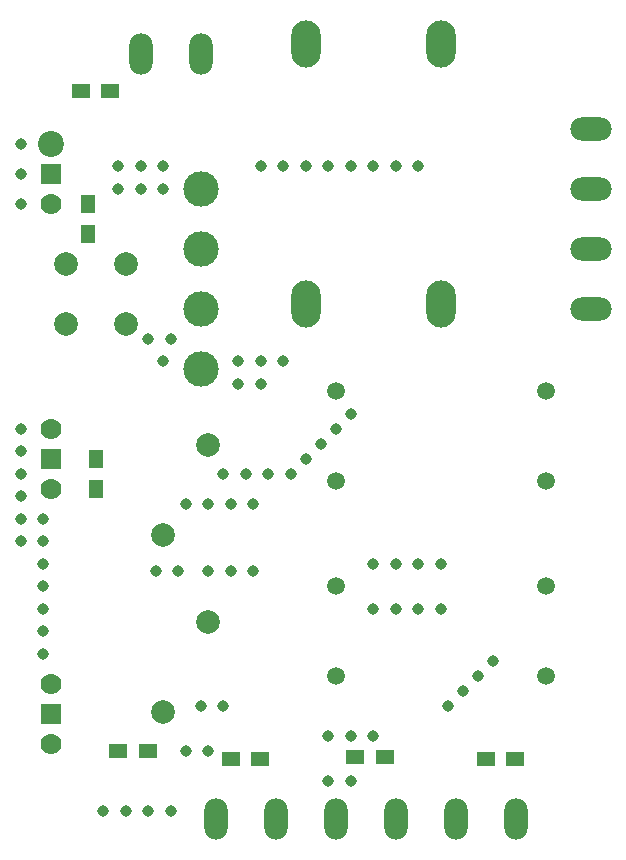
<source format=gbr>
G04 #@! TF.FileFunction,Soldermask,Bot*
%FSLAX46Y46*%
G04 Gerber Fmt 4.6, Leading zero omitted, Abs format (unit mm)*
G04 Created by KiCad (PCBNEW (after 2015-mar-04 BZR unknown)-product) date Wed 02 Nov 2016 01:14:16 AM CET*
%MOMM*%
G01*
G04 APERTURE LIST*
%ADD10C,0.100000*%
%ADD11C,0.970000*%
%ADD12C,1.778000*%
%ADD13R,1.778000X1.778000*%
%ADD14C,2.200000*%
%ADD15O,2.499360X4.000500*%
%ADD16O,3.500120X1.998980*%
%ADD17O,1.998980X3.500120*%
%ADD18C,1.998980*%
%ADD19C,1.501140*%
%ADD20C,3.000000*%
%ADD21C,2.000000*%
%ADD22R,1.500000X1.250000*%
%ADD23R,1.250000X1.500000*%
G04 APERTURE END LIST*
D10*
D11*
X23495000Y-26670000D03*
X23495000Y-24765000D03*
X28575000Y-50800000D03*
X30480000Y-50800000D03*
X32385000Y-50800000D03*
X34290000Y-50800000D03*
X35560000Y-49530000D03*
X36830000Y-48260000D03*
X38100000Y-46990000D03*
X39370000Y-45720000D03*
X25400000Y-53340000D03*
X27305000Y-53340000D03*
X29210000Y-53340000D03*
X31115000Y-53340000D03*
X41275000Y-62230000D03*
X43180000Y-62230000D03*
X45085000Y-62230000D03*
X46990000Y-62230000D03*
X46990000Y-58420000D03*
X45085000Y-58420000D03*
X43180000Y-58420000D03*
X41275000Y-58420000D03*
X51435000Y-66675000D03*
X50165000Y-67945000D03*
X48895000Y-69215000D03*
X47625000Y-70485000D03*
X39370000Y-76835000D03*
X37465000Y-76835000D03*
X41275000Y-73025000D03*
X39370000Y-73025000D03*
X37465000Y-73025000D03*
X24130000Y-79375000D03*
X22225000Y-79375000D03*
X20320000Y-79375000D03*
X18415000Y-79375000D03*
X27305000Y-74295000D03*
X25400000Y-74295000D03*
X28575000Y-70485000D03*
X26670000Y-70485000D03*
X13335000Y-62230000D03*
X13335000Y-64135000D03*
X13335000Y-66040000D03*
X13335000Y-66040000D03*
X13335000Y-64135000D03*
X13335000Y-62230000D03*
X13335000Y-62230000D03*
X13335000Y-64135000D03*
X13335000Y-66040000D03*
X13335000Y-66040000D03*
X13335000Y-64135000D03*
X13335000Y-62230000D03*
X13335000Y-60325000D03*
X13335000Y-58420000D03*
X11430000Y-56515000D03*
X13335000Y-56515000D03*
X13335000Y-54610000D03*
X11430000Y-54610000D03*
X11430000Y-52705000D03*
X11430000Y-50800000D03*
X11430000Y-48895000D03*
X11430000Y-46990000D03*
X24765000Y-59055000D03*
X31115000Y-59055000D03*
X22860000Y-59055000D03*
X29210000Y-59055000D03*
X27305000Y-59055000D03*
X23495000Y-41275000D03*
X22225000Y-39370000D03*
X24130000Y-39370000D03*
X45085000Y-24765000D03*
X43180000Y-24765000D03*
X41275000Y-24765000D03*
X39370000Y-24765000D03*
X37465000Y-24765000D03*
X35560000Y-24765000D03*
X33655000Y-24765000D03*
X31750000Y-24765000D03*
X11430000Y-27940000D03*
X11430000Y-22860000D03*
X11430000Y-25400000D03*
X19685000Y-26670000D03*
X21590000Y-26670000D03*
X21590000Y-24765000D03*
X19685000Y-24765000D03*
X29845000Y-43180000D03*
X29845000Y-41275000D03*
X33655000Y-41275000D03*
X31750000Y-41275000D03*
X31750000Y-43180000D03*
D12*
X13970000Y-73660000D03*
D13*
X13970000Y-71120000D03*
D12*
X13970000Y-68580000D03*
X13970000Y-52070000D03*
D13*
X13970000Y-49530000D03*
D12*
X13970000Y-46990000D03*
X13970000Y-27940000D03*
D13*
X13970000Y-25400000D03*
D14*
X13970000Y-22860000D03*
D15*
X46990000Y-36400740D03*
X46990000Y-14399260D03*
X35560000Y-36400740D03*
X35560000Y-14399260D03*
D16*
X59690000Y-26670000D03*
X59690000Y-21590000D03*
X59690000Y-36830000D03*
X59690000Y-31750000D03*
D17*
X27940000Y-80010000D03*
X33020000Y-80010000D03*
X38100000Y-80010000D03*
X43180000Y-80010000D03*
X48260000Y-80010000D03*
X53340000Y-80010000D03*
X26670000Y-15240000D03*
X21590000Y-15240000D03*
D18*
X27305000Y-48380000D03*
X27305000Y-63380000D03*
X23495000Y-56000000D03*
X23495000Y-71000000D03*
D19*
X55880000Y-51435000D03*
X55880000Y-43815000D03*
X55880000Y-67945000D03*
X55880000Y-60325000D03*
X38100000Y-51435000D03*
X38100000Y-43815000D03*
X38100000Y-67945000D03*
X38100000Y-60325000D03*
D20*
X26670000Y-26670000D03*
X26670000Y-36830000D03*
X26670000Y-31750000D03*
X26670000Y-41910000D03*
D21*
X20320000Y-38100000D03*
X20320000Y-33020000D03*
X15240000Y-33020000D03*
X15240000Y-38100000D03*
D22*
X19030000Y-18415000D03*
X16530000Y-18415000D03*
D23*
X17145000Y-27960000D03*
X17145000Y-30460000D03*
X17780000Y-52050000D03*
X17780000Y-49550000D03*
D22*
X19705000Y-74295000D03*
X22205000Y-74295000D03*
X31730000Y-74930000D03*
X29230000Y-74930000D03*
X42271000Y-74803000D03*
X39771000Y-74803000D03*
X53320000Y-74930000D03*
X50820000Y-74930000D03*
M02*

</source>
